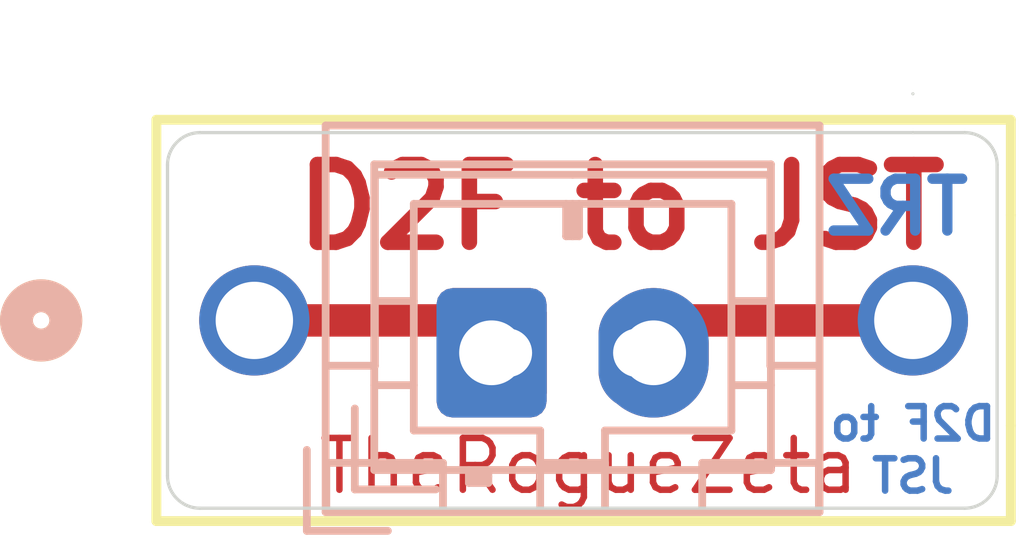
<source format=kicad_pcb>
(kicad_pcb (version 20240108) (generator "pcbnew") (generator_version "8.0")
  (layers (0 "F.Cu" signal) (31 "B.Cu" signal) (34 "B.Paste" user) (35 "F.Paste" user) (36 "B.SilkS" user "B.Silkscreen") (37 "F.SilkS" user "F.Silkscreen") (38 "B.Mask" user) (39 "F.Mask" user) (44 "Edge.Cuts" user))
  (net 0 "")
  (net 1 "Net-(J1-Pin_1)")
  (net 2 "Net-(J1-Pin_2)")
  (footprint "D2F:D2F" (layer "F.Cu") (at 94.34 65.75)
    (property "Reference" "SW1" (hide yes))
    (property "Value" "SW_SPDT")
    (fp_circle (center -3.2893 0) (end -2.9083 0) (stroke (width 0.508)) (fill none) (layer "B.SilkS"))
    (fp_line (start -1.5113 -3.0988) (end -1.5113 3.0988) (stroke (width 0.1524)) (layer "F.SilkS"))
    (fp_line (start -1.5113 3.0988) (end 11.6713 3.0988) (stroke (width 0.1524)) (layer "F.SilkS"))
    (fp_line (start 11.6713 -3.0988) (end -1.5113 -3.0988) (stroke (width 0.1524)) (layer "F.SilkS"))
    (fp_line (start 11.6713 -1.6256) (end 11.6713 -3.0988) (stroke (width 0.1524)) (layer "F.SilkS"))
    (fp_line (start 11.6713 1.6256) (end 11.6713 -1.6256) (stroke (width 0.1524)) (layer "F.SilkS"))
    (fp_line (start 11.6713 3.0988) (end 11.6713 1.6256) (stroke (width 0.1524)) (layer "F.SilkS"))
    (fp_circle (center -3.2893 0) (end -2.9083 0) (stroke (width 0.508)) (fill none) (layer "F.SilkS"))
    (pad "1" thru_hole circle (at 0 0) (size 1.7018 1.7018) (drill 1.1938) (layers "*.Cu" "*.Mask") (net 1 "Net-(J1-Pin_1)"))
    (pad "3" thru_hole circle (at 10.16 0) (size 1.7018 1.7018) (drill 1.1938) (layers "*.Cu" "*.Mask") (net 2 "Net-(J1-Pin_2)"))
  )
  (footprint "Connector_JST:JST_XH_B2B-XH-A_1x02_P2.50mm_Vertical" (layer "B.Cu") (at 98 66.25)
    (property "Reference" "J1" (hide yes))
    (property "Value" "Conn_01x02_Pin")
    (fp_line (start -2.85 1.5) (end -2.85 2.75) (stroke (width 0.12)) (layer "B.SilkS"))
    (fp_line (start -2.85 2.75) (end -1.6 2.75) (stroke (width 0.12)) (layer "B.SilkS"))
    (fp_line (start -2.56 -3.51) (end -2.56 2.46) (stroke (width 0.12)) (layer "B.SilkS"))
    (fp_line (start -2.56 2.46) (end 5.06 2.46) (stroke (width 0.12)) (layer "B.SilkS"))
    (fp_line (start -2.55 1.7) (end -2.55 2.45) (stroke (width 0.12)) (layer "B.SilkS"))
    (fp_line (start -2.55 2.45) (end -0.75 2.45) (stroke (width 0.12)) (layer "B.SilkS"))
    (fp_line (start -1.8 -2.75) (end -1.8 0.2) (stroke (width 0.12)) (layer "B.SilkS"))
    (fp_line (start -1.8 0.2) (end -2.55 0.2) (stroke (width 0.12)) (layer "B.SilkS"))
    (fp_line (start -0.75 1.7) (end -2.55 1.7) (stroke (width 0.12)) (layer "B.SilkS"))
    (fp_line (start -0.75 2.45) (end -0.75 1.7) (stroke (width 0.12)) (layer "B.SilkS"))
    (fp_line (start 0.75 1.7) (end 0.75 2.45) (stroke (width 0.12)) (layer "B.SilkS"))
    (fp_line (start 0.75 2.45) (end 1.75 2.45) (stroke (width 0.12)) (layer "B.SilkS"))
    (fp_line (start 1.25 -2.75) (end -1.8 -2.75) (stroke (width 0.12)) (layer "B.SilkS"))
    (fp_line (start 1.25 -2.75) (end 4.3 -2.75) (stroke (width 0.12)) (layer "B.SilkS"))
    (fp_line (start 1.75 1.7) (end 0.75 1.7) (stroke (width 0.12)) (layer "B.SilkS"))
    (fp_line (start 1.75 2.45) (end 1.75 1.7) (stroke (width 0.12)) (layer "B.SilkS"))
    (fp_line (start 3.25 1.7) (end 3.25 2.45) (stroke (width 0.12)) (layer "B.SilkS"))
    (fp_line (start 3.25 2.45) (end 5.05 2.45) (stroke (width 0.12)) (layer "B.SilkS"))
    (fp_line (start 4.3 -2.75) (end 4.3 0.2) (stroke (width 0.12)) (layer "B.SilkS"))
    (fp_line (start 4.3 0.2) (end 5.05 0.2) (stroke (width 0.12)) (layer "B.SilkS"))
    (fp_line (start 5.05 1.7) (end 3.25 1.7) (stroke (width 0.12)) (layer "B.SilkS"))
    (fp_line (start 5.05 2.45) (end 5.05 1.7) (stroke (width 0.12)) (layer "B.SilkS"))
    (fp_line (start 5.06 -3.51) (end -2.56 -3.51) (stroke (width 0.12)) (layer "B.SilkS"))
    (fp_line (start 5.06 2.46) (end 5.06 -3.51) (stroke (width 0.12)) (layer "B.SilkS"))
    (pad "1" thru_hole roundrect (at 0 0) (size 1.7 2) (drill 1) (layers "*.Cu" "*.Mask") (roundrect_rratio 0.147059) (net 1 "Net-(J1-Pin_1)"))
    (pad "2" thru_hole oval (at 2.5 0) (size 1.7 2) (drill 1) (layers "*.Cu" "*.Mask") (net 2 "Net-(J1-Pin_2)"))
  )
  (footprint "Connector_JST:JST_PH_B2B-PH-K_1x02_P2.00mm_Vertical" (layer "B.Cu") (at 98.25 66.25)
    (property "Reference" "J2" (hide yes))
    (property "Value" "Conn_01x02_Pin")
    (fp_line (start -2.36 0.86) (end -2.36 2.11) (stroke (width 0.12)) (layer "B.SilkS"))
    (fp_line (start -2.36 2.11) (end -1.11 2.11) (stroke (width 0.12)) (layer "B.SilkS"))
    (fp_line (start -2.06 -2.91) (end -2.06 1.81) (stroke (width 0.12)) (layer "B.SilkS"))
    (fp_line (start -2.06 1.81) (end 4.06 1.81) (stroke (width 0.12)) (layer "B.SilkS"))
    (fp_line (start -1.45 -2.3) (end -1.45 1.2) (stroke (width 0.12)) (layer "B.SilkS"))
    (fp_line (start -1.45 -0.8) (end -2.06 -0.8) (stroke (width 0.12)) (layer "B.SilkS"))
    (fp_line (start -1.45 0.5) (end -2.06 0.5) (stroke (width 0.12)) (layer "B.SilkS"))
    (fp_line (start -1.45 1.2) (end 0.5 1.2) (stroke (width 0.12)) (layer "B.SilkS"))
    (fp_line (start -0.6 1.81) (end -0.6 2.01) (stroke (width 0.12)) (layer "B.SilkS"))
    (fp_line (start -0.6 1.91) (end -0.3 1.91) (stroke (width 0.12)) (layer "B.SilkS"))
    (fp_line (start -0.6 2.01) (end -0.3 2.01) (stroke (width 0.12)) (layer "B.SilkS"))
    (fp_line (start -0.3 2.01) (end -0.3 1.81) (stroke (width 0.12)) (layer "B.SilkS"))
    (fp_line (start 0.5 1.2) (end 0.5 1.81) (stroke (width 0.12)) (layer "B.SilkS"))
    (fp_line (start 0.9 -1.8) (end 0.9 -2.3) (stroke (width 0.12)) (layer "B.SilkS"))
    (fp_line (start 1 -1.8) (end 1 -2.3) (stroke (width 0.12)) (layer "B.SilkS"))
    (fp_line (start 1.1 -2.3) (end 1.1 -1.8) (stroke (width 0.12)) (layer "B.SilkS"))
    (fp_line (start 1.1 -1.8) (end 0.9 -1.8) (stroke (width 0.12)) (layer "B.SilkS"))
    (fp_line (start 1.5 1.2) (end 3.45 1.2) (stroke (width 0.12)) (layer "B.SilkS"))
    (fp_line (start 1.5 1.81) (end 1.5 1.2) (stroke (width 0.12)) (layer "B.SilkS"))
    (fp_line (start 3.45 -2.3) (end -1.45 -2.3) (stroke (width 0.12)) (layer "B.SilkS"))
    (fp_line (start 3.45 -0.8) (end 4.06 -0.8) (stroke (width 0.12)) (layer "B.SilkS"))
    (fp_line (start 3.45 0.5) (end 4.06 0.5) (stroke (width 0.12)) (layer "B.SilkS"))
    (fp_line (start 3.45 1.2) (end 3.45 -2.3) (stroke (width 0.12)) (layer "B.SilkS"))
    (fp_line (start 4.06 -2.91) (end -2.06 -2.91) (stroke (width 0.12)) (layer "B.SilkS"))
    (fp_line (start 4.06 1.81) (end 4.06 -2.91) (stroke (width 0.12)) (layer "B.SilkS"))
    (pad "1" thru_hole roundrect (at 0 0) (size 1.2 1.75) (drill 0.75) (layers "*.Cu" "*.Mask") (roundrect_rratio 0.208333) (net 1 "Net-(J1-Pin_1)"))
    (pad "2" thru_hole oval (at 2 0) (size 1.2 1.75) (drill 0.75) (layers "*.Cu" "*.Mask") (net 2 "Net-(J1-Pin_2)"))
  )
  (gr_arc (start 105.8 68.15) (mid 105.653553 68.503553) (end 105.3 68.65) (stroke (width 0.05)) (layer "Edge.Cuts"))
  (gr_line (start 93 68.15) (end 93 63.35) (stroke (width 0.05)) (layer "Edge.Cuts"))
  (gr_arc (start 93 63.35) (mid 93.146447 62.996447) (end 93.5 62.85) (stroke (width 0.05)) (layer "Edge.Cuts"))
  (gr_line (start 105.8 63.35) (end 105.8 68.15) (stroke (width 0.05)) (layer "Edge.Cuts"))
  (gr_line (start 104.5 62.25) (end 104.5 62.25) (stroke (width 0.05)) (layer "Edge.Cuts"))
  (gr_line (start 104.5 62.85) (end 105.3 62.85) (stroke (width 0.05)) (layer "Edge.Cuts"))
  (gr_arc (start 105.3 62.85) (mid 105.653553 62.996447) (end 105.8 63.35) (stroke (width 0.05)) (layer "Edge.Cuts"))
  (gr_line (start 93.5 62.85) (end 104.5 62.85) (stroke (width 0.05)) (layer "Edge.Cuts"))
  (gr_arc (start 93.5 68.65) (mid 93.146447 68.503553) (end 93 68.15) (stroke (width 0.05)) (layer "Edge.Cuts"))
  (gr_line (start 105.3 68.65) (end 93.5 68.65) (stroke (width 0.05)) (layer "Edge.Cuts"))
  (gr_text "D2F to JST" (at 100 64 0) (layer "F.Cu") (effects (font (size 1.2 1.2) (thickness 0.24) (bold yes))))
  (gr_text "TheRogueZeta" (at 99.5 68 0) (layer "F.Cu") (effects (font (size 0.8 0.8) (thickness 0.1))))
  (gr_text "D2F to\nJST" (at 104.5 67.75 0) (layer "B.Cu") (effects (font (size 0.5 0.5) (thickness 0.1) (bold yes)) (justify mirror)))
  (gr_text "TRZ" (at 104.25 64 0) (layer "B.Cu") (effects (font (size 0.8 0.8) (thickness 0.16) (bold yes)) (justify mirror)))
  (segment (start 97.5 65.75) (end 98 66.25) (width 0.5) (layer "F.Cu") (net 1))
  (segment (start 94.34 65.75) (end 97.5 65.75) (width 0.5) (layer "F.Cu") (net 1))
  (segment (start 101 65.75) (end 100.5 66.25) (width 0.5) (layer "F.Cu") (net 2))
  (segment (start 104.5 65.75) (end 101 65.75) (width 0.5) (layer "F.Cu") (net 2))
)
</source>
